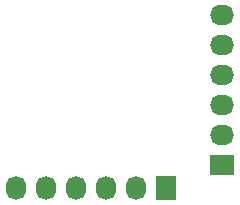
<source format=gbs>
G04 #@! TF.FileFunction,Soldermask,Bot*
%FSLAX46Y46*%
G04 Gerber Fmt 4.6, Leading zero omitted, Abs format (unit mm)*
G04 Created by KiCad (PCBNEW (2014-11-21 BZR 5297)-product) date Mo 02 Feb 2015 01:28:56 CET*
%MOMM*%
G01*
G04 APERTURE LIST*
%ADD10C,0.150000*%
%ADD11R,2.032000X1.727200*%
%ADD12O,2.032000X1.727200*%
%ADD13R,1.727200X2.032000*%
%ADD14O,1.727200X2.032000*%
G04 APERTURE END LIST*
D10*
D11*
X174200000Y-121950000D03*
D12*
X174200000Y-119410000D03*
X174200000Y-116870000D03*
X174200000Y-114330000D03*
X174200000Y-111790000D03*
X174200000Y-109250000D03*
D13*
X169450000Y-123900000D03*
D14*
X166910000Y-123900000D03*
X164370000Y-123900000D03*
X161830000Y-123900000D03*
X159290000Y-123900000D03*
X156750000Y-123900000D03*
M02*

</source>
